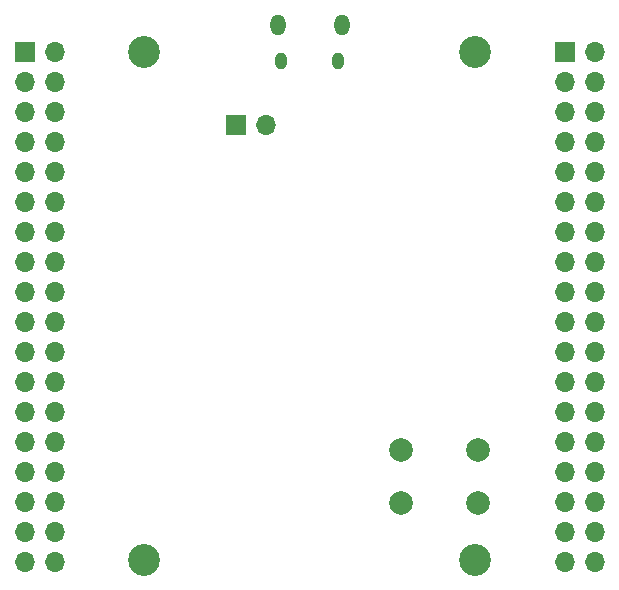
<source format=gbr>
G04 #@! TF.GenerationSoftware,KiCad,Pcbnew,(6.0.2)*
G04 #@! TF.CreationDate,2022-11-16T09:28:02-06:00*
G04 #@! TF.ProjectId,RP2040_minimal,52503230-3430-45f6-9d69-6e696d616c2e,REV1*
G04 #@! TF.SameCoordinates,Original*
G04 #@! TF.FileFunction,Soldermask,Bot*
G04 #@! TF.FilePolarity,Negative*
%FSLAX46Y46*%
G04 Gerber Fmt 4.6, Leading zero omitted, Abs format (unit mm)*
G04 Created by KiCad (PCBNEW (6.0.2)) date 2022-11-16 09:28:02*
%MOMM*%
%LPD*%
G01*
G04 APERTURE LIST*
%ADD10O,1.300000X1.800000*%
%ADD11O,1.050000X1.450000*%
%ADD12R,1.700000X1.700000*%
%ADD13O,1.700000X1.700000*%
%ADD14C,2.700000*%
%ADD15C,2.000000*%
G04 APERTURE END LIST*
D10*
X102725000Y-71700000D03*
D11*
X97575000Y-74730000D03*
X102425000Y-74730000D03*
D10*
X97275000Y-71700000D03*
D12*
X75870000Y-74000000D03*
D13*
X78410000Y-74000000D03*
X75870000Y-76540000D03*
X78410000Y-76540000D03*
X75870000Y-79080000D03*
X78410000Y-79080000D03*
X75870000Y-81620000D03*
X78410000Y-81620000D03*
X75870000Y-84160000D03*
X78410000Y-84160000D03*
X75870000Y-86700000D03*
X78410000Y-86700000D03*
X75870000Y-89240000D03*
X78410000Y-89240000D03*
X75870000Y-91780000D03*
X78410000Y-91780000D03*
X75870000Y-94320000D03*
X78410000Y-94320000D03*
X75870000Y-96860000D03*
X78410000Y-96860000D03*
X75870000Y-99400000D03*
X78410000Y-99400000D03*
X75870000Y-101940000D03*
X78410000Y-101940000D03*
X75870000Y-104480000D03*
X78410000Y-104480000D03*
X75870000Y-107020000D03*
X78410000Y-107020000D03*
X75870000Y-109560000D03*
X78410000Y-109560000D03*
X75870000Y-112100000D03*
X78410000Y-112100000D03*
X75870000Y-114640000D03*
X78410000Y-114640000D03*
X75870000Y-117180000D03*
X78410000Y-117180000D03*
D12*
X121590000Y-74000000D03*
D13*
X124130000Y-74000000D03*
X121590000Y-76540000D03*
X124130000Y-76540000D03*
X121590000Y-79080000D03*
X124130000Y-79080000D03*
X121590000Y-81620000D03*
X124130000Y-81620000D03*
X121590000Y-84160000D03*
X124130000Y-84160000D03*
X121590000Y-86700000D03*
X124130000Y-86700000D03*
X121590000Y-89240000D03*
X124130000Y-89240000D03*
X121590000Y-91780000D03*
X124130000Y-91780000D03*
X121590000Y-94320000D03*
X124130000Y-94320000D03*
X121590000Y-96860000D03*
X124130000Y-96860000D03*
X121590000Y-99400000D03*
X124130000Y-99400000D03*
X121590000Y-101940000D03*
X124130000Y-101940000D03*
X121590000Y-104480000D03*
X124130000Y-104480000D03*
X121590000Y-107020000D03*
X124130000Y-107020000D03*
X121590000Y-109560000D03*
X124130000Y-109560000D03*
X121590000Y-112100000D03*
X124130000Y-112100000D03*
X121590000Y-114640000D03*
X124130000Y-114640000D03*
X121590000Y-117180000D03*
X124130000Y-117180000D03*
D14*
X114000000Y-74000000D03*
X114000000Y-117000000D03*
X86000000Y-74000000D03*
X86000000Y-117000000D03*
D12*
X93746600Y-80146800D03*
D13*
X96286600Y-80146800D03*
D15*
X114224000Y-112201600D03*
X107724000Y-112201600D03*
X107724000Y-107701600D03*
X114224000Y-107701600D03*
M02*

</source>
